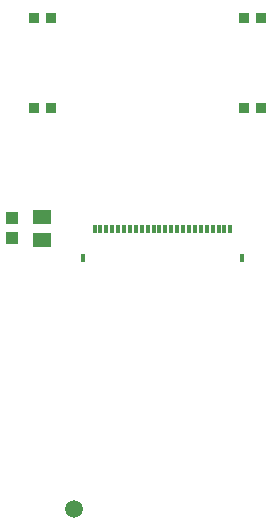
<source format=gbr>
G04*
G04 #@! TF.GenerationSoftware,Altium Limited,Altium Designer,26.1.1 (7)*
G04*
G04 Layer_Color=128*
%FSLAX44Y44*%
%MOMM*%
G71*
G04*
G04 #@! TF.SameCoordinates,FB23F88C-E865-406B-BE6F-A8DC1CEE19A6*
G04*
G04*
G04 #@! TF.FilePolarity,Positive*
G04*
G01*
G75*
%ADD16R,1.5001X1.2400*%
%ADD19R,1.0000X1.1001*%
G04:AMPARAMS|DCode=26|XSize=1.5001mm|YSize=1.5001mm|CornerRadius=0.7501mm|HoleSize=0mm|Usage=FLASHONLY|Rotation=0.000|XOffset=0mm|YOffset=0mm|HoleType=Round|Shape=RoundedRectangle|*
%AMROUNDEDRECTD26*
21,1,1.5001,0.0000,0,0,0.0*
21,1,0.0000,1.5001,0,0,0.0*
1,1,1.5001,0.0000,0.0000*
1,1,1.5001,0.0000,0.0000*
1,1,1.5001,0.0000,0.0000*
1,1,1.5001,0.0000,0.0000*
%
%ADD26ROUNDEDRECTD26*%
%ADD87R,0.3000X0.8001*%
%ADD88R,0.4001X0.8001*%
%ADD89R,0.9500X0.9500*%
D16*
X216351Y377800D02*
D03*
Y358800D02*
D03*
D19*
X190951Y359801D02*
D03*
Y376799D02*
D03*
D26*
X243021Y130302D02*
D03*
D87*
X290451Y367949D02*
D03*
X325452D02*
D03*
X345452D02*
D03*
X355452D02*
D03*
X310451D02*
D03*
X265452D02*
D03*
X305452D02*
D03*
X330451D02*
D03*
X335452D02*
D03*
X280451D02*
D03*
X360451D02*
D03*
X285452D02*
D03*
X315452D02*
D03*
X365452D02*
D03*
X375452D02*
D03*
X320451D02*
D03*
X340451D02*
D03*
X300451D02*
D03*
X350451D02*
D03*
X370451D02*
D03*
X270451D02*
D03*
X295452D02*
D03*
X275452D02*
D03*
X260451D02*
D03*
D88*
X385452Y342951D02*
D03*
X250451D02*
D03*
D89*
X208851Y469900D02*
D03*
X223852D02*
D03*
X208851Y546100D02*
D03*
X223852D02*
D03*
X386651Y469900D02*
D03*
X401652D02*
D03*
X386651Y546100D02*
D03*
X401652D02*
D03*
M02*

</source>
